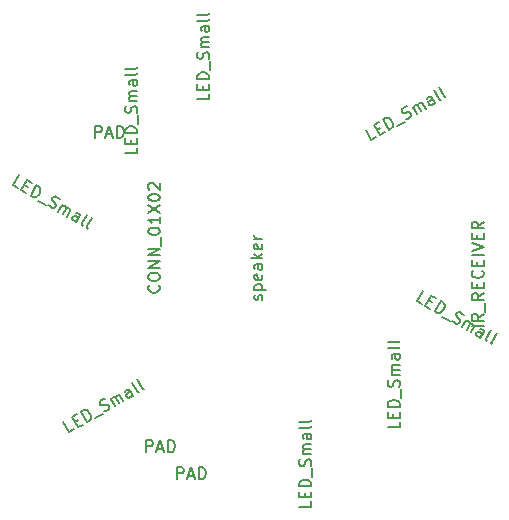
<source format=gbr>
G04 #@! TF.FileFunction,Other,Fab,Top*
%FSLAX46Y46*%
G04 Gerber Fmt 4.6, Leading zero omitted, Abs format (unit mm)*
G04 Created by KiCad (PCBNEW 4.0.4+dfsg1-stable) date Fri Dec 23 11:26:22 2016*
%MOMM*%
%LPD*%
G01*
G04 APERTURE LIST*
%ADD10C,0.100000*%
%ADD11C,0.150000*%
G04 APERTURE END LIST*
D10*
D11*
X-13509476Y10342619D02*
X-13509476Y11342619D01*
X-13128523Y11342619D01*
X-13033285Y11295000D01*
X-12985666Y11247381D01*
X-12938047Y11152143D01*
X-12938047Y11009286D01*
X-12985666Y10914048D01*
X-13033285Y10866429D01*
X-13128523Y10818810D01*
X-13509476Y10818810D01*
X-12557095Y10628333D02*
X-12080904Y10628333D01*
X-12652333Y10342619D02*
X-12319000Y11342619D01*
X-11985666Y10342619D01*
X-11652333Y10342619D02*
X-11652333Y11342619D01*
X-11414238Y11342619D01*
X-11271380Y11295000D01*
X-11176142Y11199762D01*
X-11128523Y11104524D01*
X-11080904Y10914048D01*
X-11080904Y10771190D01*
X-11128523Y10580714D01*
X-11176142Y10485476D01*
X-11271380Y10390238D01*
X-11414238Y10342619D01*
X-11652333Y10342619D01*
X-20054396Y6076157D02*
X-20466789Y6314253D01*
X-19966789Y7180278D01*
X-19503816Y6363123D02*
X-19215140Y6196456D01*
X-19353327Y5671395D02*
X-19765721Y5909491D01*
X-19265721Y6775516D01*
X-18853327Y6537420D01*
X-18982174Y5457110D02*
X-18482174Y6323135D01*
X-18275977Y6204087D01*
X-18176068Y6091419D01*
X-18141209Y5961322D01*
X-18147589Y5855034D01*
X-18201587Y5666267D01*
X-18273016Y5542548D01*
X-18409494Y5401401D01*
X-18498352Y5342732D01*
X-18628449Y5307872D01*
X-18775977Y5338062D01*
X-18982174Y5457110D01*
X-18369964Y4993679D02*
X-17710135Y4612726D01*
X-17473749Y4641206D02*
X-17373841Y4528538D01*
X-17167644Y4409490D01*
X-17061356Y4403110D01*
X-16996307Y4420540D01*
X-16907449Y4479209D01*
X-16859830Y4561688D01*
X-16853450Y4667976D01*
X-16870880Y4733024D01*
X-16929548Y4821884D01*
X-17070697Y4958361D01*
X-17129366Y5047220D01*
X-17146795Y5112268D01*
X-17140416Y5218556D01*
X-17092797Y5301035D01*
X-17003938Y5359704D01*
X-16938890Y5377134D01*
X-16832602Y5370754D01*
X-16626404Y5251706D01*
X-16526496Y5139038D01*
X-16631533Y4099967D02*
X-16298200Y4677317D01*
X-16345819Y4594839D02*
X-16280770Y4612268D01*
X-16174482Y4605889D01*
X-16050763Y4534460D01*
X-15992094Y4445601D01*
X-15998474Y4339313D01*
X-16260379Y3885681D01*
X-15998474Y4339313D02*
X-15909616Y4397982D01*
X-15803328Y4391603D01*
X-15679610Y4320174D01*
X-15620941Y4231316D01*
X-15627321Y4125028D01*
X-15889226Y3671395D01*
X-15105679Y3219014D02*
X-14843774Y3672647D01*
X-14837394Y3778935D01*
X-14896063Y3867793D01*
X-15061021Y3963032D01*
X-15167309Y3969411D01*
X-15081869Y3260253D02*
X-15188157Y3266633D01*
X-15394354Y3385681D01*
X-15453023Y3474539D01*
X-15446644Y3580827D01*
X-15399025Y3663306D01*
X-15310166Y3721975D01*
X-15203878Y3715595D01*
X-14997681Y3596547D01*
X-14891393Y3590167D01*
X-14569568Y2909491D02*
X-14628237Y2998349D01*
X-14621858Y3104637D01*
X-14193286Y3846944D01*
X-14115935Y2647586D02*
X-14174604Y2736444D01*
X-14168225Y2842732D01*
X-13739653Y3585039D01*
X595262Y-3388977D02*
X642881Y-3293739D01*
X642881Y-3103263D01*
X595262Y-3008024D01*
X500024Y-2960405D01*
X452405Y-2960405D01*
X357167Y-3008024D01*
X309548Y-3103263D01*
X309548Y-3246120D01*
X261929Y-3341358D01*
X166690Y-3388977D01*
X119071Y-3388977D01*
X23833Y-3341358D01*
X-23786Y-3246120D01*
X-23786Y-3103263D01*
X23833Y-3008024D01*
X-23786Y-2531834D02*
X976214Y-2531834D01*
X23833Y-2531834D02*
X-23786Y-2436596D01*
X-23786Y-2246119D01*
X23833Y-2150881D01*
X71452Y-2103262D01*
X166690Y-2055643D01*
X452405Y-2055643D01*
X547643Y-2103262D01*
X595262Y-2150881D01*
X642881Y-2246119D01*
X642881Y-2436596D01*
X595262Y-2531834D01*
X595262Y-1246119D02*
X642881Y-1341357D01*
X642881Y-1531834D01*
X595262Y-1627072D01*
X500024Y-1674691D01*
X119071Y-1674691D01*
X23833Y-1627072D01*
X-23786Y-1531834D01*
X-23786Y-1341357D01*
X23833Y-1246119D01*
X119071Y-1198500D01*
X214310Y-1198500D01*
X309548Y-1674691D01*
X642881Y-341357D02*
X119071Y-341357D01*
X23833Y-388976D01*
X-23786Y-484214D01*
X-23786Y-674691D01*
X23833Y-769929D01*
X595262Y-341357D02*
X642881Y-436595D01*
X642881Y-674691D01*
X595262Y-769929D01*
X500024Y-817548D01*
X404786Y-817548D01*
X309548Y-769929D01*
X261929Y-674691D01*
X261929Y-436595D01*
X214310Y-341357D01*
X642881Y134833D02*
X-357119Y134833D01*
X261929Y230071D02*
X642881Y515786D01*
X-23786Y515786D02*
X357167Y134833D01*
X595262Y1325310D02*
X642881Y1230072D01*
X642881Y1039595D01*
X595262Y944357D01*
X500024Y896738D01*
X119071Y896738D01*
X23833Y944357D01*
X-23786Y1039595D01*
X-23786Y1230072D01*
X23833Y1325310D01*
X119071Y1372929D01*
X214310Y1372929D01*
X309548Y896738D01*
X642881Y1801500D02*
X-23786Y1801500D01*
X166690Y1801500D02*
X71452Y1849119D01*
X23833Y1896738D01*
X-23786Y1991976D01*
X-23786Y2087215D01*
X-8117857Y-2139309D02*
X-8070238Y-2186928D01*
X-8022619Y-2329785D01*
X-8022619Y-2425023D01*
X-8070238Y-2567881D01*
X-8165476Y-2663119D01*
X-8260714Y-2710738D01*
X-8451190Y-2758357D01*
X-8594048Y-2758357D01*
X-8784524Y-2710738D01*
X-8879762Y-2663119D01*
X-8975000Y-2567881D01*
X-9022619Y-2425023D01*
X-9022619Y-2329785D01*
X-8975000Y-2186928D01*
X-8927381Y-2139309D01*
X-9022619Y-1520262D02*
X-9022619Y-1329785D01*
X-8975000Y-1234547D01*
X-8879762Y-1139309D01*
X-8689286Y-1091690D01*
X-8355952Y-1091690D01*
X-8165476Y-1139309D01*
X-8070238Y-1234547D01*
X-8022619Y-1329785D01*
X-8022619Y-1520262D01*
X-8070238Y-1615500D01*
X-8165476Y-1710738D01*
X-8355952Y-1758357D01*
X-8689286Y-1758357D01*
X-8879762Y-1710738D01*
X-8975000Y-1615500D01*
X-9022619Y-1520262D01*
X-8022619Y-663119D02*
X-9022619Y-663119D01*
X-8022619Y-91690D01*
X-9022619Y-91690D01*
X-8022619Y384500D02*
X-9022619Y384500D01*
X-8022619Y955929D01*
X-9022619Y955929D01*
X-7927381Y1194024D02*
X-7927381Y1955929D01*
X-9022619Y2384500D02*
X-9022619Y2479739D01*
X-8975000Y2574977D01*
X-8927381Y2622596D01*
X-8832143Y2670215D01*
X-8641667Y2717834D01*
X-8403571Y2717834D01*
X-8213095Y2670215D01*
X-8117857Y2622596D01*
X-8070238Y2574977D01*
X-8022619Y2479739D01*
X-8022619Y2384500D01*
X-8070238Y2289262D01*
X-8117857Y2241643D01*
X-8213095Y2194024D01*
X-8403571Y2146405D01*
X-8641667Y2146405D01*
X-8832143Y2194024D01*
X-8927381Y2241643D01*
X-8975000Y2289262D01*
X-9022619Y2384500D01*
X-8022619Y3670215D02*
X-8022619Y3098786D01*
X-8022619Y3384500D02*
X-9022619Y3384500D01*
X-8879762Y3289262D01*
X-8784524Y3194024D01*
X-8736905Y3098786D01*
X-9022619Y4003548D02*
X-8022619Y4670215D01*
X-9022619Y4670215D02*
X-8022619Y4003548D01*
X-9022619Y5241643D02*
X-9022619Y5336882D01*
X-8975000Y5432120D01*
X-8927381Y5479739D01*
X-8832143Y5527358D01*
X-8641667Y5574977D01*
X-8403571Y5574977D01*
X-8213095Y5527358D01*
X-8117857Y5479739D01*
X-8070238Y5432120D01*
X-8022619Y5336882D01*
X-8022619Y5241643D01*
X-8070238Y5146405D01*
X-8117857Y5098786D01*
X-8213095Y5051167D01*
X-8403571Y5003548D01*
X-8641667Y5003548D01*
X-8832143Y5051167D01*
X-8927381Y5098786D01*
X-8975000Y5146405D01*
X-9022619Y5241643D01*
X-8927381Y5955929D02*
X-8975000Y6003548D01*
X-9022619Y6098786D01*
X-9022619Y6336882D01*
X-8975000Y6432120D01*
X-8927381Y6479739D01*
X-8832143Y6527358D01*
X-8736905Y6527358D01*
X-8594048Y6479739D01*
X-8022619Y5908310D01*
X-8022619Y6527358D01*
X-3865619Y14065643D02*
X-3865619Y13589452D01*
X-4865619Y13589452D01*
X-4389429Y14398976D02*
X-4389429Y14732310D01*
X-3865619Y14875167D02*
X-3865619Y14398976D01*
X-4865619Y14398976D01*
X-4865619Y14875167D01*
X-3865619Y15303738D02*
X-4865619Y15303738D01*
X-4865619Y15541833D01*
X-4818000Y15684691D01*
X-4722762Y15779929D01*
X-4627524Y15827548D01*
X-4437048Y15875167D01*
X-4294190Y15875167D01*
X-4103714Y15827548D01*
X-4008476Y15779929D01*
X-3913238Y15684691D01*
X-3865619Y15541833D01*
X-3865619Y15303738D01*
X-3770381Y16065643D02*
X-3770381Y16827548D01*
X-3913238Y17018024D02*
X-3865619Y17160881D01*
X-3865619Y17398977D01*
X-3913238Y17494215D01*
X-3960857Y17541834D01*
X-4056095Y17589453D01*
X-4151333Y17589453D01*
X-4246571Y17541834D01*
X-4294190Y17494215D01*
X-4341810Y17398977D01*
X-4389429Y17208500D01*
X-4437048Y17113262D01*
X-4484667Y17065643D01*
X-4579905Y17018024D01*
X-4675143Y17018024D01*
X-4770381Y17065643D01*
X-4818000Y17113262D01*
X-4865619Y17208500D01*
X-4865619Y17446596D01*
X-4818000Y17589453D01*
X-3865619Y18018024D02*
X-4532286Y18018024D01*
X-4437048Y18018024D02*
X-4484667Y18065643D01*
X-4532286Y18160881D01*
X-4532286Y18303739D01*
X-4484667Y18398977D01*
X-4389429Y18446596D01*
X-3865619Y18446596D01*
X-4389429Y18446596D02*
X-4484667Y18494215D01*
X-4532286Y18589453D01*
X-4532286Y18732310D01*
X-4484667Y18827548D01*
X-4389429Y18875167D01*
X-3865619Y18875167D01*
X-3865619Y19779929D02*
X-4389429Y19779929D01*
X-4484667Y19732310D01*
X-4532286Y19637072D01*
X-4532286Y19446595D01*
X-4484667Y19351357D01*
X-3913238Y19779929D02*
X-3865619Y19684691D01*
X-3865619Y19446595D01*
X-3913238Y19351357D01*
X-4008476Y19303738D01*
X-4103714Y19303738D01*
X-4198952Y19351357D01*
X-4246571Y19446595D01*
X-4246571Y19684691D01*
X-4294190Y19779929D01*
X-3865619Y20398976D02*
X-3913238Y20303738D01*
X-4008476Y20256119D01*
X-4865619Y20256119D01*
X-3865619Y20922786D02*
X-3913238Y20827548D01*
X-4008476Y20779929D01*
X-4865619Y20779929D01*
X-15284015Y-14338700D02*
X-15696408Y-14576795D01*
X-16196408Y-13710770D01*
X-15257245Y-13718401D02*
X-14968569Y-13551734D01*
X-14582946Y-13933938D02*
X-14995340Y-14172033D01*
X-15495340Y-13306008D01*
X-15082946Y-13067913D01*
X-14211793Y-13719652D02*
X-14711793Y-12853627D01*
X-14505596Y-12734580D01*
X-14358068Y-12704390D01*
X-14227971Y-12739249D01*
X-14139113Y-12797918D01*
X-14002635Y-12939066D01*
X-13931206Y-13062785D01*
X-13877208Y-13251551D01*
X-13870828Y-13357839D01*
X-13905687Y-13487937D01*
X-14005596Y-13600605D01*
X-14211793Y-13719652D01*
X-13504345Y-13421178D02*
X-12844516Y-13040226D01*
X-12750987Y-12821270D02*
X-12603460Y-12791081D01*
X-12397263Y-12672033D01*
X-12338594Y-12583175D01*
X-12321164Y-12518126D01*
X-12327544Y-12411838D01*
X-12375163Y-12329359D01*
X-12464021Y-12270690D01*
X-12529070Y-12253261D01*
X-12635358Y-12259639D01*
X-12824125Y-12313639D01*
X-12930414Y-12320018D01*
X-12995462Y-12302589D01*
X-13084321Y-12243920D01*
X-13131940Y-12161441D01*
X-13138319Y-12055153D01*
X-13120890Y-11990104D01*
X-13062220Y-11901246D01*
X-12856023Y-11782198D01*
X-12708496Y-11752009D01*
X-11861152Y-12362509D02*
X-12194486Y-11785159D01*
X-12146867Y-11867637D02*
X-12129437Y-11802589D01*
X-12070768Y-11713730D01*
X-11947049Y-11642301D01*
X-11840761Y-11635922D01*
X-11751903Y-11694591D01*
X-11489998Y-12148223D01*
X-11751903Y-11694591D02*
X-11758283Y-11588303D01*
X-11699614Y-11499444D01*
X-11575896Y-11428016D01*
X-11469608Y-11421636D01*
X-11380750Y-11480305D01*
X-11118845Y-11933938D01*
X-10335298Y-11481557D02*
X-10597203Y-11027924D01*
X-10686061Y-10969255D01*
X-10792349Y-10975635D01*
X-10957307Y-11070873D01*
X-11015976Y-11159732D01*
X-10359107Y-11440318D02*
X-10417776Y-11529176D01*
X-10623973Y-11648224D01*
X-10730261Y-11654604D01*
X-10819120Y-11595935D01*
X-10866739Y-11513456D01*
X-10873118Y-11407168D01*
X-10814449Y-11318310D01*
X-10608252Y-11199262D01*
X-10549583Y-11110404D01*
X-9799187Y-11172033D02*
X-9905475Y-11178413D01*
X-9994334Y-11119744D01*
X-10422905Y-10377437D01*
X-9345554Y-10910128D02*
X-9451842Y-10916508D01*
X-9540701Y-10857839D01*
X-9969272Y-10115532D01*
X4770381Y-20414857D02*
X4770381Y-20891048D01*
X3770381Y-20891048D01*
X4246571Y-20081524D02*
X4246571Y-19748190D01*
X4770381Y-19605333D02*
X4770381Y-20081524D01*
X3770381Y-20081524D01*
X3770381Y-19605333D01*
X4770381Y-19176762D02*
X3770381Y-19176762D01*
X3770381Y-18938667D01*
X3818000Y-18795809D01*
X3913238Y-18700571D01*
X4008476Y-18652952D01*
X4198952Y-18605333D01*
X4341810Y-18605333D01*
X4532286Y-18652952D01*
X4627524Y-18700571D01*
X4722762Y-18795809D01*
X4770381Y-18938667D01*
X4770381Y-19176762D01*
X4865619Y-18414857D02*
X4865619Y-17652952D01*
X4722762Y-17462476D02*
X4770381Y-17319619D01*
X4770381Y-17081523D01*
X4722762Y-16986285D01*
X4675143Y-16938666D01*
X4579905Y-16891047D01*
X4484667Y-16891047D01*
X4389429Y-16938666D01*
X4341810Y-16986285D01*
X4294190Y-17081523D01*
X4246571Y-17272000D01*
X4198952Y-17367238D01*
X4151333Y-17414857D01*
X4056095Y-17462476D01*
X3960857Y-17462476D01*
X3865619Y-17414857D01*
X3818000Y-17367238D01*
X3770381Y-17272000D01*
X3770381Y-17033904D01*
X3818000Y-16891047D01*
X4770381Y-16462476D02*
X4103714Y-16462476D01*
X4198952Y-16462476D02*
X4151333Y-16414857D01*
X4103714Y-16319619D01*
X4103714Y-16176761D01*
X4151333Y-16081523D01*
X4246571Y-16033904D01*
X4770381Y-16033904D01*
X4246571Y-16033904D02*
X4151333Y-15986285D01*
X4103714Y-15891047D01*
X4103714Y-15748190D01*
X4151333Y-15652952D01*
X4246571Y-15605333D01*
X4770381Y-15605333D01*
X4770381Y-14700571D02*
X4246571Y-14700571D01*
X4151333Y-14748190D01*
X4103714Y-14843428D01*
X4103714Y-15033905D01*
X4151333Y-15129143D01*
X4722762Y-14700571D02*
X4770381Y-14795809D01*
X4770381Y-15033905D01*
X4722762Y-15129143D01*
X4627524Y-15176762D01*
X4532286Y-15176762D01*
X4437048Y-15129143D01*
X4389429Y-15033905D01*
X4389429Y-14795809D01*
X4341810Y-14700571D01*
X4770381Y-14081524D02*
X4722762Y-14176762D01*
X4627524Y-14224381D01*
X3770381Y-14224381D01*
X4770381Y-13557714D02*
X4722762Y-13652952D01*
X4627524Y-13700571D01*
X3770381Y-13700571D01*
X14158426Y-3716847D02*
X13746033Y-3478751D01*
X14246033Y-2612726D01*
X14709006Y-3429881D02*
X14997682Y-3596548D01*
X14859495Y-4121609D02*
X14447101Y-3883513D01*
X14947101Y-3017488D01*
X15359495Y-3255584D01*
X15230648Y-4335894D02*
X15730648Y-3469869D01*
X15936845Y-3588917D01*
X16036754Y-3701585D01*
X16071613Y-3831682D01*
X16065233Y-3937970D01*
X16011235Y-4126737D01*
X15939806Y-4250456D01*
X15803328Y-4391603D01*
X15714470Y-4450272D01*
X15584373Y-4485132D01*
X15436845Y-4454942D01*
X15230648Y-4335894D01*
X15842858Y-4799325D02*
X16502687Y-5180278D01*
X16739073Y-5151798D02*
X16838981Y-5264466D01*
X17045178Y-5383514D01*
X17151466Y-5389894D01*
X17216515Y-5372464D01*
X17305373Y-5313795D01*
X17352992Y-5231316D01*
X17359372Y-5125028D01*
X17341942Y-5059980D01*
X17283274Y-4971120D01*
X17142125Y-4834643D01*
X17083456Y-4745784D01*
X17066027Y-4680736D01*
X17072406Y-4574448D01*
X17120025Y-4491969D01*
X17208884Y-4433300D01*
X17273932Y-4415870D01*
X17380220Y-4422250D01*
X17586418Y-4541298D01*
X17686326Y-4653966D01*
X17581289Y-5693037D02*
X17914622Y-5115687D01*
X17867003Y-5198165D02*
X17932052Y-5180736D01*
X18038340Y-5187115D01*
X18162059Y-5258544D01*
X18220728Y-5347403D01*
X18214348Y-5453691D01*
X17952443Y-5907323D01*
X18214348Y-5453691D02*
X18303206Y-5395022D01*
X18409494Y-5401401D01*
X18533212Y-5472830D01*
X18591881Y-5561688D01*
X18585501Y-5667976D01*
X18323596Y-6121609D01*
X19107143Y-6573990D02*
X19369048Y-6120357D01*
X19375428Y-6014069D01*
X19316759Y-5925211D01*
X19151801Y-5829972D01*
X19045513Y-5823593D01*
X19130953Y-6532751D02*
X19024665Y-6526371D01*
X18818468Y-6407323D01*
X18759799Y-6318465D01*
X18766178Y-6212177D01*
X18813797Y-6129698D01*
X18902656Y-6071029D01*
X19008944Y-6077409D01*
X19215141Y-6196457D01*
X19321429Y-6202837D01*
X19643254Y-6883513D02*
X19584585Y-6794655D01*
X19590964Y-6688367D01*
X20019536Y-5946060D01*
X20096887Y-7145418D02*
X20038218Y-7056560D01*
X20044597Y-6950272D01*
X20473169Y-6207965D01*
X10292807Y10412296D02*
X9880414Y10174201D01*
X9380414Y11040226D01*
X10319577Y11032595D02*
X10608253Y11199262D01*
X10993876Y10817058D02*
X10581482Y10578963D01*
X10081482Y11444988D01*
X10493876Y11683083D01*
X11365029Y11031344D02*
X10865029Y11897369D01*
X11071226Y12016416D01*
X11218754Y12046606D01*
X11348851Y12011747D01*
X11437709Y11953078D01*
X11574187Y11811930D01*
X11645616Y11688211D01*
X11699614Y11499445D01*
X11705994Y11393157D01*
X11671135Y11263059D01*
X11571226Y11150391D01*
X11365029Y11031344D01*
X12072477Y11329818D02*
X12732306Y11710770D01*
X12825835Y11929726D02*
X12973362Y11959915D01*
X13179559Y12078963D01*
X13238228Y12167821D01*
X13255658Y12232870D01*
X13249278Y12339158D01*
X13201659Y12421637D01*
X13112801Y12480306D01*
X13047752Y12497735D01*
X12941464Y12491357D01*
X12752697Y12437357D01*
X12646408Y12430978D01*
X12581360Y12448407D01*
X12492501Y12507076D01*
X12444882Y12589555D01*
X12438503Y12695843D01*
X12455932Y12760892D01*
X12514602Y12849750D01*
X12720799Y12968798D01*
X12868326Y12998987D01*
X13715670Y12388487D02*
X13382336Y12965837D01*
X13429955Y12883359D02*
X13447385Y12948407D01*
X13506054Y13037266D01*
X13629773Y13108695D01*
X13736061Y13115074D01*
X13824919Y13056405D01*
X14086824Y12602773D01*
X13824919Y13056405D02*
X13818539Y13162693D01*
X13877208Y13251552D01*
X14000926Y13322980D01*
X14107214Y13329360D01*
X14196072Y13270691D01*
X14457977Y12817058D01*
X15241524Y13269439D02*
X14979619Y13723072D01*
X14890761Y13781741D01*
X14784473Y13775361D01*
X14619515Y13680123D01*
X14560846Y13591264D01*
X15217715Y13310678D02*
X15159046Y13221820D01*
X14952849Y13102772D01*
X14846561Y13096392D01*
X14757702Y13155061D01*
X14710083Y13237540D01*
X14703704Y13343828D01*
X14762373Y13432686D01*
X14968570Y13551734D01*
X15027239Y13640592D01*
X15777635Y13578963D02*
X15671347Y13572583D01*
X15582488Y13631252D01*
X15153917Y14373559D01*
X16231268Y13840868D02*
X16124980Y13834488D01*
X16036121Y13893157D01*
X15607550Y14635464D01*
X-9961619Y9493643D02*
X-9961619Y9017452D01*
X-10961619Y9017452D01*
X-10485429Y9826976D02*
X-10485429Y10160310D01*
X-9961619Y10303167D02*
X-9961619Y9826976D01*
X-10961619Y9826976D01*
X-10961619Y10303167D01*
X-9961619Y10731738D02*
X-10961619Y10731738D01*
X-10961619Y10969833D01*
X-10914000Y11112691D01*
X-10818762Y11207929D01*
X-10723524Y11255548D01*
X-10533048Y11303167D01*
X-10390190Y11303167D01*
X-10199714Y11255548D01*
X-10104476Y11207929D01*
X-10009238Y11112691D01*
X-9961619Y10969833D01*
X-9961619Y10731738D01*
X-9866381Y11493643D02*
X-9866381Y12255548D01*
X-10009238Y12446024D02*
X-9961619Y12588881D01*
X-9961619Y12826977D01*
X-10009238Y12922215D01*
X-10056857Y12969834D01*
X-10152095Y13017453D01*
X-10247333Y13017453D01*
X-10342571Y12969834D01*
X-10390190Y12922215D01*
X-10437810Y12826977D01*
X-10485429Y12636500D01*
X-10533048Y12541262D01*
X-10580667Y12493643D01*
X-10675905Y12446024D01*
X-10771143Y12446024D01*
X-10866381Y12493643D01*
X-10914000Y12541262D01*
X-10961619Y12636500D01*
X-10961619Y12874596D01*
X-10914000Y13017453D01*
X-9961619Y13446024D02*
X-10628286Y13446024D01*
X-10533048Y13446024D02*
X-10580667Y13493643D01*
X-10628286Y13588881D01*
X-10628286Y13731739D01*
X-10580667Y13826977D01*
X-10485429Y13874596D01*
X-9961619Y13874596D01*
X-10485429Y13874596D02*
X-10580667Y13922215D01*
X-10628286Y14017453D01*
X-10628286Y14160310D01*
X-10580667Y14255548D01*
X-10485429Y14303167D01*
X-9961619Y14303167D01*
X-9961619Y15207929D02*
X-10485429Y15207929D01*
X-10580667Y15160310D01*
X-10628286Y15065072D01*
X-10628286Y14874595D01*
X-10580667Y14779357D01*
X-10009238Y15207929D02*
X-9961619Y15112691D01*
X-9961619Y14874595D01*
X-10009238Y14779357D01*
X-10104476Y14731738D01*
X-10199714Y14731738D01*
X-10294952Y14779357D01*
X-10342571Y14874595D01*
X-10342571Y15112691D01*
X-10390190Y15207929D01*
X-9961619Y15826976D02*
X-10009238Y15731738D01*
X-10104476Y15684119D01*
X-10961619Y15684119D01*
X-9961619Y16350786D02*
X-10009238Y16255548D01*
X-10104476Y16207929D01*
X-10961619Y16207929D01*
X19375381Y-5611262D02*
X18375381Y-5611262D01*
X19375381Y-4563643D02*
X18899190Y-4896977D01*
X19375381Y-5135072D02*
X18375381Y-5135072D01*
X18375381Y-4754119D01*
X18423000Y-4658881D01*
X18470619Y-4611262D01*
X18565857Y-4563643D01*
X18708714Y-4563643D01*
X18803952Y-4611262D01*
X18851571Y-4658881D01*
X18899190Y-4754119D01*
X18899190Y-5135072D01*
X19470619Y-4373167D02*
X19470619Y-3611262D01*
X19375381Y-2801738D02*
X18899190Y-3135072D01*
X19375381Y-3373167D02*
X18375381Y-3373167D01*
X18375381Y-2992214D01*
X18423000Y-2896976D01*
X18470619Y-2849357D01*
X18565857Y-2801738D01*
X18708714Y-2801738D01*
X18803952Y-2849357D01*
X18851571Y-2896976D01*
X18899190Y-2992214D01*
X18899190Y-3373167D01*
X18851571Y-2373167D02*
X18851571Y-2039833D01*
X19375381Y-1896976D02*
X19375381Y-2373167D01*
X18375381Y-2373167D01*
X18375381Y-1896976D01*
X19280143Y-896976D02*
X19327762Y-944595D01*
X19375381Y-1087452D01*
X19375381Y-1182690D01*
X19327762Y-1325548D01*
X19232524Y-1420786D01*
X19137286Y-1468405D01*
X18946810Y-1516024D01*
X18803952Y-1516024D01*
X18613476Y-1468405D01*
X18518238Y-1420786D01*
X18423000Y-1325548D01*
X18375381Y-1182690D01*
X18375381Y-1087452D01*
X18423000Y-944595D01*
X18470619Y-896976D01*
X18851571Y-468405D02*
X18851571Y-135071D01*
X19375381Y7786D02*
X19375381Y-468405D01*
X18375381Y-468405D01*
X18375381Y7786D01*
X19375381Y436357D02*
X18375381Y436357D01*
X18375381Y769690D02*
X19375381Y1103023D01*
X18375381Y1436357D01*
X18851571Y1769690D02*
X18851571Y2103024D01*
X19375381Y2245881D02*
X19375381Y1769690D01*
X18375381Y1769690D01*
X18375381Y2245881D01*
X19375381Y3245881D02*
X18899190Y2912547D01*
X19375381Y2674452D02*
X18375381Y2674452D01*
X18375381Y3055405D01*
X18423000Y3150643D01*
X18470619Y3198262D01*
X18565857Y3245881D01*
X18708714Y3245881D01*
X18803952Y3198262D01*
X18851571Y3150643D01*
X18899190Y3055405D01*
X18899190Y2674452D01*
X12263381Y-13683857D02*
X12263381Y-14160048D01*
X11263381Y-14160048D01*
X11739571Y-13350524D02*
X11739571Y-13017190D01*
X12263381Y-12874333D02*
X12263381Y-13350524D01*
X11263381Y-13350524D01*
X11263381Y-12874333D01*
X12263381Y-12445762D02*
X11263381Y-12445762D01*
X11263381Y-12207667D01*
X11311000Y-12064809D01*
X11406238Y-11969571D01*
X11501476Y-11921952D01*
X11691952Y-11874333D01*
X11834810Y-11874333D01*
X12025286Y-11921952D01*
X12120524Y-11969571D01*
X12215762Y-12064809D01*
X12263381Y-12207667D01*
X12263381Y-12445762D01*
X12358619Y-11683857D02*
X12358619Y-10921952D01*
X12215762Y-10731476D02*
X12263381Y-10588619D01*
X12263381Y-10350523D01*
X12215762Y-10255285D01*
X12168143Y-10207666D01*
X12072905Y-10160047D01*
X11977667Y-10160047D01*
X11882429Y-10207666D01*
X11834810Y-10255285D01*
X11787190Y-10350523D01*
X11739571Y-10541000D01*
X11691952Y-10636238D01*
X11644333Y-10683857D01*
X11549095Y-10731476D01*
X11453857Y-10731476D01*
X11358619Y-10683857D01*
X11311000Y-10636238D01*
X11263381Y-10541000D01*
X11263381Y-10302904D01*
X11311000Y-10160047D01*
X12263381Y-9731476D02*
X11596714Y-9731476D01*
X11691952Y-9731476D02*
X11644333Y-9683857D01*
X11596714Y-9588619D01*
X11596714Y-9445761D01*
X11644333Y-9350523D01*
X11739571Y-9302904D01*
X12263381Y-9302904D01*
X11739571Y-9302904D02*
X11644333Y-9255285D01*
X11596714Y-9160047D01*
X11596714Y-9017190D01*
X11644333Y-8921952D01*
X11739571Y-8874333D01*
X12263381Y-8874333D01*
X12263381Y-7969571D02*
X11739571Y-7969571D01*
X11644333Y-8017190D01*
X11596714Y-8112428D01*
X11596714Y-8302905D01*
X11644333Y-8398143D01*
X12215762Y-7969571D02*
X12263381Y-8064809D01*
X12263381Y-8302905D01*
X12215762Y-8398143D01*
X12120524Y-8445762D01*
X12025286Y-8445762D01*
X11930048Y-8398143D01*
X11882429Y-8302905D01*
X11882429Y-8064809D01*
X11834810Y-7969571D01*
X12263381Y-7350524D02*
X12215762Y-7445762D01*
X12120524Y-7493381D01*
X11263381Y-7493381D01*
X12263381Y-6826714D02*
X12215762Y-6921952D01*
X12120524Y-6969571D01*
X11263381Y-6969571D01*
X-6587976Y-18549881D02*
X-6587976Y-17549881D01*
X-6207023Y-17549881D01*
X-6111785Y-17597500D01*
X-6064166Y-17645119D01*
X-6016547Y-17740357D01*
X-6016547Y-17883214D01*
X-6064166Y-17978452D01*
X-6111785Y-18026071D01*
X-6207023Y-18073690D01*
X-6587976Y-18073690D01*
X-5635595Y-18264167D02*
X-5159404Y-18264167D01*
X-5730833Y-18549881D02*
X-5397500Y-17549881D01*
X-5064166Y-18549881D01*
X-4730833Y-18549881D02*
X-4730833Y-17549881D01*
X-4492738Y-17549881D01*
X-4349880Y-17597500D01*
X-4254642Y-17692738D01*
X-4207023Y-17787976D01*
X-4159404Y-17978452D01*
X-4159404Y-18121310D01*
X-4207023Y-18311786D01*
X-4254642Y-18407024D01*
X-4349880Y-18502262D01*
X-4492738Y-18549881D01*
X-4730833Y-18549881D01*
X-9191476Y-16263881D02*
X-9191476Y-15263881D01*
X-8810523Y-15263881D01*
X-8715285Y-15311500D01*
X-8667666Y-15359119D01*
X-8620047Y-15454357D01*
X-8620047Y-15597214D01*
X-8667666Y-15692452D01*
X-8715285Y-15740071D01*
X-8810523Y-15787690D01*
X-9191476Y-15787690D01*
X-8239095Y-15978167D02*
X-7762904Y-15978167D01*
X-8334333Y-16263881D02*
X-8001000Y-15263881D01*
X-7667666Y-16263881D01*
X-7334333Y-16263881D02*
X-7334333Y-15263881D01*
X-7096238Y-15263881D01*
X-6953380Y-15311500D01*
X-6858142Y-15406738D01*
X-6810523Y-15501976D01*
X-6762904Y-15692452D01*
X-6762904Y-15835310D01*
X-6810523Y-16025786D01*
X-6858142Y-16121024D01*
X-6953380Y-16216262D01*
X-7096238Y-16263881D01*
X-7334333Y-16263881D01*
M02*

</source>
